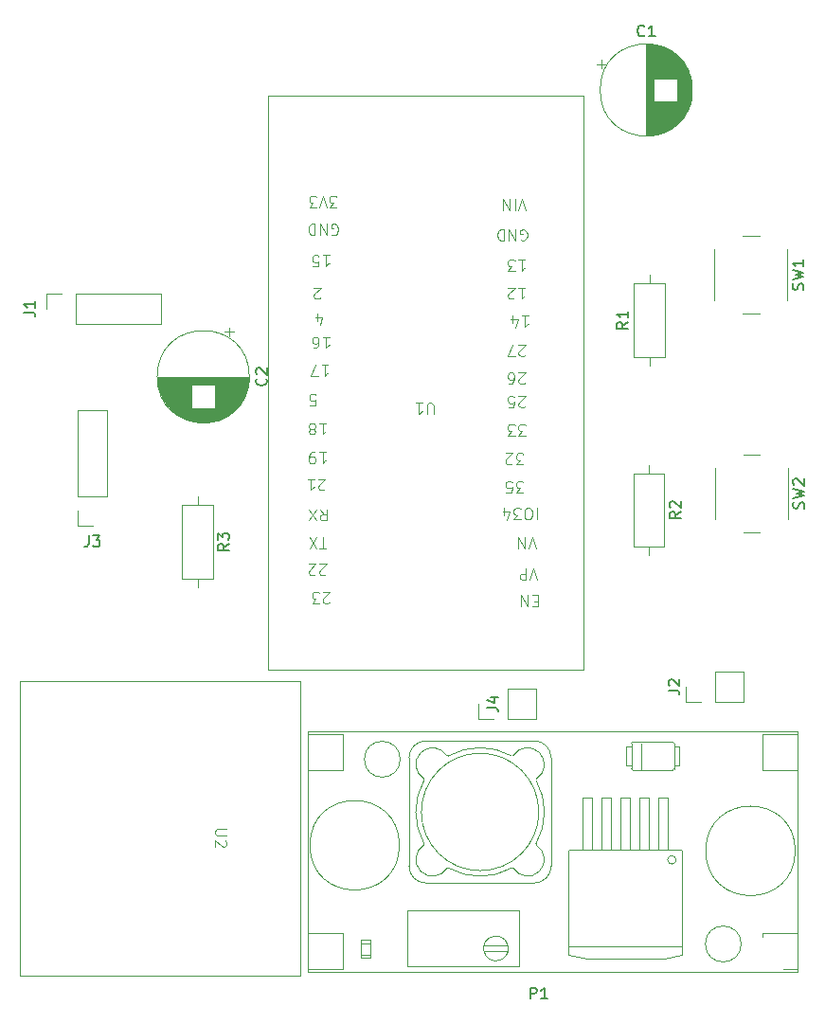
<source format=gbr>
%TF.GenerationSoftware,KiCad,Pcbnew,8.0.9-8.0.9-0~ubuntu22.04.1*%
%TF.CreationDate,2025-05-12T13:18:15+05:45*%
%TF.ProjectId,minor_hardware_pcb,6d696e6f-725f-4686-9172-64776172655f,rev?*%
%TF.SameCoordinates,Original*%
%TF.FileFunction,Legend,Top*%
%TF.FilePolarity,Positive*%
%FSLAX46Y46*%
G04 Gerber Fmt 4.6, Leading zero omitted, Abs format (unit mm)*
G04 Created by KiCad (PCBNEW 8.0.9-8.0.9-0~ubuntu22.04.1) date 2025-05-12 13:18:15*
%MOMM*%
%LPD*%
G01*
G04 APERTURE LIST*
%ADD10C,0.150000*%
%ADD11C,0.100000*%
%ADD12C,0.120000*%
G04 APERTURE END LIST*
D10*
X170804819Y-104306666D02*
X170328628Y-104639999D01*
X170804819Y-104878094D02*
X169804819Y-104878094D01*
X169804819Y-104878094D02*
X169804819Y-104497142D01*
X169804819Y-104497142D02*
X169852438Y-104401904D01*
X169852438Y-104401904D02*
X169900057Y-104354285D01*
X169900057Y-104354285D02*
X169995295Y-104306666D01*
X169995295Y-104306666D02*
X170138152Y-104306666D01*
X170138152Y-104306666D02*
X170233390Y-104354285D01*
X170233390Y-104354285D02*
X170281009Y-104401904D01*
X170281009Y-104401904D02*
X170328628Y-104497142D01*
X170328628Y-104497142D02*
X170328628Y-104878094D01*
X170804819Y-103354285D02*
X170804819Y-103925713D01*
X170804819Y-103639999D02*
X169804819Y-103639999D01*
X169804819Y-103639999D02*
X169947676Y-103735237D01*
X169947676Y-103735237D02*
X170042914Y-103830475D01*
X170042914Y-103830475D02*
X170090533Y-103925713D01*
D11*
X153415904Y-112548580D02*
X153415904Y-111739057D01*
X153415904Y-111739057D02*
X153368285Y-111643819D01*
X153368285Y-111643819D02*
X153320666Y-111596200D01*
X153320666Y-111596200D02*
X153225428Y-111548580D01*
X153225428Y-111548580D02*
X153034952Y-111548580D01*
X153034952Y-111548580D02*
X152939714Y-111596200D01*
X152939714Y-111596200D02*
X152892095Y-111643819D01*
X152892095Y-111643819D02*
X152844476Y-111739057D01*
X152844476Y-111739057D02*
X152844476Y-112548580D01*
X151844476Y-111548580D02*
X152415904Y-111548580D01*
X152130190Y-111548580D02*
X152130190Y-112548580D01*
X152130190Y-112548580D02*
X152225428Y-112405723D01*
X152225428Y-112405723D02*
X152320666Y-112310485D01*
X152320666Y-112310485D02*
X152415904Y-112262866D01*
X161226306Y-96985961D02*
X161321544Y-97033580D01*
X161321544Y-97033580D02*
X161464401Y-97033580D01*
X161464401Y-97033580D02*
X161607258Y-96985961D01*
X161607258Y-96985961D02*
X161702496Y-96890723D01*
X161702496Y-96890723D02*
X161750115Y-96795485D01*
X161750115Y-96795485D02*
X161797734Y-96605009D01*
X161797734Y-96605009D02*
X161797734Y-96462152D01*
X161797734Y-96462152D02*
X161750115Y-96271676D01*
X161750115Y-96271676D02*
X161702496Y-96176438D01*
X161702496Y-96176438D02*
X161607258Y-96081200D01*
X161607258Y-96081200D02*
X161464401Y-96033580D01*
X161464401Y-96033580D02*
X161369163Y-96033580D01*
X161369163Y-96033580D02*
X161226306Y-96081200D01*
X161226306Y-96081200D02*
X161178687Y-96128819D01*
X161178687Y-96128819D02*
X161178687Y-96462152D01*
X161178687Y-96462152D02*
X161369163Y-96462152D01*
X160750115Y-96033580D02*
X160750115Y-97033580D01*
X160750115Y-97033580D02*
X160178687Y-96033580D01*
X160178687Y-96033580D02*
X160178687Y-97033580D01*
X159702496Y-96033580D02*
X159702496Y-97033580D01*
X159702496Y-97033580D02*
X159464401Y-97033580D01*
X159464401Y-97033580D02*
X159321544Y-96985961D01*
X159321544Y-96985961D02*
X159226306Y-96890723D01*
X159226306Y-96890723D02*
X159178687Y-96795485D01*
X159178687Y-96795485D02*
X159131068Y-96605009D01*
X159131068Y-96605009D02*
X159131068Y-96462152D01*
X159131068Y-96462152D02*
X159178687Y-96271676D01*
X159178687Y-96271676D02*
X159226306Y-96176438D01*
X159226306Y-96176438D02*
X159321544Y-96081200D01*
X159321544Y-96081200D02*
X159464401Y-96033580D01*
X159464401Y-96033580D02*
X159702496Y-96033580D01*
X144745353Y-94033580D02*
X144126306Y-94033580D01*
X144126306Y-94033580D02*
X144459639Y-93652628D01*
X144459639Y-93652628D02*
X144316782Y-93652628D01*
X144316782Y-93652628D02*
X144221544Y-93605009D01*
X144221544Y-93605009D02*
X144173925Y-93557390D01*
X144173925Y-93557390D02*
X144126306Y-93462152D01*
X144126306Y-93462152D02*
X144126306Y-93224057D01*
X144126306Y-93224057D02*
X144173925Y-93128819D01*
X144173925Y-93128819D02*
X144221544Y-93081200D01*
X144221544Y-93081200D02*
X144316782Y-93033580D01*
X144316782Y-93033580D02*
X144602496Y-93033580D01*
X144602496Y-93033580D02*
X144697734Y-93081200D01*
X144697734Y-93081200D02*
X144745353Y-93128819D01*
X143840591Y-94033580D02*
X143507258Y-93033580D01*
X143507258Y-93033580D02*
X143173925Y-94033580D01*
X142935829Y-94033580D02*
X142316782Y-94033580D01*
X142316782Y-94033580D02*
X142650115Y-93652628D01*
X142650115Y-93652628D02*
X142507258Y-93652628D01*
X142507258Y-93652628D02*
X142412020Y-93605009D01*
X142412020Y-93605009D02*
X142364401Y-93557390D01*
X142364401Y-93557390D02*
X142316782Y-93462152D01*
X142316782Y-93462152D02*
X142316782Y-93224057D01*
X142316782Y-93224057D02*
X142364401Y-93128819D01*
X142364401Y-93128819D02*
X142412020Y-93081200D01*
X142412020Y-93081200D02*
X142507258Y-93033580D01*
X142507258Y-93033580D02*
X142792972Y-93033580D01*
X142792972Y-93033580D02*
X142888210Y-93081200D01*
X142888210Y-93081200D02*
X142935829Y-93128819D01*
X161026306Y-98733580D02*
X161597734Y-98733580D01*
X161312020Y-98733580D02*
X161312020Y-99733580D01*
X161312020Y-99733580D02*
X161407258Y-99590723D01*
X161407258Y-99590723D02*
X161502496Y-99495485D01*
X161502496Y-99495485D02*
X161597734Y-99447866D01*
X160692972Y-99733580D02*
X160073925Y-99733580D01*
X160073925Y-99733580D02*
X160407258Y-99352628D01*
X160407258Y-99352628D02*
X160264401Y-99352628D01*
X160264401Y-99352628D02*
X160169163Y-99305009D01*
X160169163Y-99305009D02*
X160121544Y-99257390D01*
X160121544Y-99257390D02*
X160073925Y-99162152D01*
X160073925Y-99162152D02*
X160073925Y-98924057D01*
X160073925Y-98924057D02*
X160121544Y-98828819D01*
X160121544Y-98828819D02*
X160169163Y-98781200D01*
X160169163Y-98781200D02*
X160264401Y-98733580D01*
X160264401Y-98733580D02*
X160550115Y-98733580D01*
X160550115Y-98733580D02*
X160645353Y-98781200D01*
X160645353Y-98781200D02*
X160692972Y-98828819D01*
X143021544Y-104200247D02*
X143021544Y-103533580D01*
X143259639Y-104581200D02*
X143497734Y-103866914D01*
X143497734Y-103866914D02*
X142878687Y-103866914D01*
X162692972Y-127333580D02*
X162359639Y-126333580D01*
X162359639Y-126333580D02*
X162026306Y-127333580D01*
X161692972Y-126333580D02*
X161692972Y-127333580D01*
X161692972Y-127333580D02*
X161312020Y-127333580D01*
X161312020Y-127333580D02*
X161216782Y-127285961D01*
X161216782Y-127285961D02*
X161169163Y-127238342D01*
X161169163Y-127238342D02*
X161121544Y-127143104D01*
X161121544Y-127143104D02*
X161121544Y-127000247D01*
X161121544Y-127000247D02*
X161169163Y-126905009D01*
X161169163Y-126905009D02*
X161216782Y-126857390D01*
X161216782Y-126857390D02*
X161312020Y-126809771D01*
X161312020Y-126809771D02*
X161692972Y-126809771D01*
X143226306Y-113333580D02*
X143797734Y-113333580D01*
X143512020Y-113333580D02*
X143512020Y-114333580D01*
X143512020Y-114333580D02*
X143607258Y-114190723D01*
X143607258Y-114190723D02*
X143702496Y-114095485D01*
X143702496Y-114095485D02*
X143797734Y-114047866D01*
X142654877Y-113905009D02*
X142750115Y-113952628D01*
X142750115Y-113952628D02*
X142797734Y-114000247D01*
X142797734Y-114000247D02*
X142845353Y-114095485D01*
X142845353Y-114095485D02*
X142845353Y-114143104D01*
X142845353Y-114143104D02*
X142797734Y-114238342D01*
X142797734Y-114238342D02*
X142750115Y-114285961D01*
X142750115Y-114285961D02*
X142654877Y-114333580D01*
X142654877Y-114333580D02*
X142464401Y-114333580D01*
X142464401Y-114333580D02*
X142369163Y-114285961D01*
X142369163Y-114285961D02*
X142321544Y-114238342D01*
X142321544Y-114238342D02*
X142273925Y-114143104D01*
X142273925Y-114143104D02*
X142273925Y-114095485D01*
X142273925Y-114095485D02*
X142321544Y-114000247D01*
X142321544Y-114000247D02*
X142369163Y-113952628D01*
X142369163Y-113952628D02*
X142464401Y-113905009D01*
X142464401Y-113905009D02*
X142654877Y-113905009D01*
X142654877Y-113905009D02*
X142750115Y-113857390D01*
X142750115Y-113857390D02*
X142797734Y-113809771D01*
X142797734Y-113809771D02*
X142845353Y-113714533D01*
X142845353Y-113714533D02*
X142845353Y-113524057D01*
X142845353Y-113524057D02*
X142797734Y-113428819D01*
X142797734Y-113428819D02*
X142750115Y-113381200D01*
X142750115Y-113381200D02*
X142654877Y-113333580D01*
X142654877Y-113333580D02*
X142464401Y-113333580D01*
X142464401Y-113333580D02*
X142369163Y-113381200D01*
X142369163Y-113381200D02*
X142321544Y-113428819D01*
X142321544Y-113428819D02*
X142273925Y-113524057D01*
X142273925Y-113524057D02*
X142273925Y-113714533D01*
X142273925Y-113714533D02*
X142321544Y-113809771D01*
X142321544Y-113809771D02*
X142369163Y-113857390D01*
X142369163Y-113857390D02*
X142464401Y-113905009D01*
X162650115Y-120933580D02*
X162650115Y-121933580D01*
X161983449Y-121933580D02*
X161792973Y-121933580D01*
X161792973Y-121933580D02*
X161697735Y-121885961D01*
X161697735Y-121885961D02*
X161602497Y-121790723D01*
X161602497Y-121790723D02*
X161554878Y-121600247D01*
X161554878Y-121600247D02*
X161554878Y-121266914D01*
X161554878Y-121266914D02*
X161602497Y-121076438D01*
X161602497Y-121076438D02*
X161697735Y-120981200D01*
X161697735Y-120981200D02*
X161792973Y-120933580D01*
X161792973Y-120933580D02*
X161983449Y-120933580D01*
X161983449Y-120933580D02*
X162078687Y-120981200D01*
X162078687Y-120981200D02*
X162173925Y-121076438D01*
X162173925Y-121076438D02*
X162221544Y-121266914D01*
X162221544Y-121266914D02*
X162221544Y-121600247D01*
X162221544Y-121600247D02*
X162173925Y-121790723D01*
X162173925Y-121790723D02*
X162078687Y-121885961D01*
X162078687Y-121885961D02*
X161983449Y-121933580D01*
X161221544Y-121933580D02*
X160602497Y-121933580D01*
X160602497Y-121933580D02*
X160935830Y-121552628D01*
X160935830Y-121552628D02*
X160792973Y-121552628D01*
X160792973Y-121552628D02*
X160697735Y-121505009D01*
X160697735Y-121505009D02*
X160650116Y-121457390D01*
X160650116Y-121457390D02*
X160602497Y-121362152D01*
X160602497Y-121362152D02*
X160602497Y-121124057D01*
X160602497Y-121124057D02*
X160650116Y-121028819D01*
X160650116Y-121028819D02*
X160697735Y-120981200D01*
X160697735Y-120981200D02*
X160792973Y-120933580D01*
X160792973Y-120933580D02*
X161078687Y-120933580D01*
X161078687Y-120933580D02*
X161173925Y-120981200D01*
X161173925Y-120981200D02*
X161221544Y-121028819D01*
X159745354Y-121600247D02*
X159745354Y-120933580D01*
X159983449Y-121981200D02*
X160221544Y-121266914D01*
X160221544Y-121266914D02*
X159602497Y-121266914D01*
X143797734Y-126838342D02*
X143750115Y-126885961D01*
X143750115Y-126885961D02*
X143654877Y-126933580D01*
X143654877Y-126933580D02*
X143416782Y-126933580D01*
X143416782Y-126933580D02*
X143321544Y-126885961D01*
X143321544Y-126885961D02*
X143273925Y-126838342D01*
X143273925Y-126838342D02*
X143226306Y-126743104D01*
X143226306Y-126743104D02*
X143226306Y-126647866D01*
X143226306Y-126647866D02*
X143273925Y-126505009D01*
X143273925Y-126505009D02*
X143845353Y-125933580D01*
X143845353Y-125933580D02*
X143226306Y-125933580D01*
X142845353Y-126838342D02*
X142797734Y-126885961D01*
X142797734Y-126885961D02*
X142702496Y-126933580D01*
X142702496Y-126933580D02*
X142464401Y-126933580D01*
X142464401Y-126933580D02*
X142369163Y-126885961D01*
X142369163Y-126885961D02*
X142321544Y-126838342D01*
X142321544Y-126838342D02*
X142273925Y-126743104D01*
X142273925Y-126743104D02*
X142273925Y-126647866D01*
X142273925Y-126647866D02*
X142321544Y-126505009D01*
X142321544Y-126505009D02*
X142892972Y-125933580D01*
X142892972Y-125933580D02*
X142273925Y-125933580D01*
X161692972Y-94333580D02*
X161359639Y-93333580D01*
X161359639Y-93333580D02*
X161026306Y-94333580D01*
X160692972Y-93333580D02*
X160692972Y-94333580D01*
X160216782Y-93333580D02*
X160216782Y-94333580D01*
X160216782Y-94333580D02*
X159645354Y-93333580D01*
X159645354Y-93333580D02*
X159645354Y-94333580D01*
X161445353Y-119533580D02*
X160826306Y-119533580D01*
X160826306Y-119533580D02*
X161159639Y-119152628D01*
X161159639Y-119152628D02*
X161016782Y-119152628D01*
X161016782Y-119152628D02*
X160921544Y-119105009D01*
X160921544Y-119105009D02*
X160873925Y-119057390D01*
X160873925Y-119057390D02*
X160826306Y-118962152D01*
X160826306Y-118962152D02*
X160826306Y-118724057D01*
X160826306Y-118724057D02*
X160873925Y-118628819D01*
X160873925Y-118628819D02*
X160921544Y-118581200D01*
X160921544Y-118581200D02*
X161016782Y-118533580D01*
X161016782Y-118533580D02*
X161302496Y-118533580D01*
X161302496Y-118533580D02*
X161397734Y-118581200D01*
X161397734Y-118581200D02*
X161445353Y-118628819D01*
X159921544Y-119533580D02*
X160397734Y-119533580D01*
X160397734Y-119533580D02*
X160445353Y-119057390D01*
X160445353Y-119057390D02*
X160397734Y-119105009D01*
X160397734Y-119105009D02*
X160302496Y-119152628D01*
X160302496Y-119152628D02*
X160064401Y-119152628D01*
X160064401Y-119152628D02*
X159969163Y-119105009D01*
X159969163Y-119105009D02*
X159921544Y-119057390D01*
X159921544Y-119057390D02*
X159873925Y-118962152D01*
X159873925Y-118962152D02*
X159873925Y-118724057D01*
X159873925Y-118724057D02*
X159921544Y-118628819D01*
X159921544Y-118628819D02*
X159969163Y-118581200D01*
X159969163Y-118581200D02*
X160064401Y-118533580D01*
X160064401Y-118533580D02*
X160302496Y-118533580D01*
X160302496Y-118533580D02*
X160397734Y-118581200D01*
X160397734Y-118581200D02*
X160445353Y-118628819D01*
X143278687Y-121033580D02*
X143612020Y-121509771D01*
X143850115Y-121033580D02*
X143850115Y-122033580D01*
X143850115Y-122033580D02*
X143469163Y-122033580D01*
X143469163Y-122033580D02*
X143373925Y-121985961D01*
X143373925Y-121985961D02*
X143326306Y-121938342D01*
X143326306Y-121938342D02*
X143278687Y-121843104D01*
X143278687Y-121843104D02*
X143278687Y-121700247D01*
X143278687Y-121700247D02*
X143326306Y-121605009D01*
X143326306Y-121605009D02*
X143373925Y-121557390D01*
X143373925Y-121557390D02*
X143469163Y-121509771D01*
X143469163Y-121509771D02*
X143850115Y-121509771D01*
X142945353Y-122033580D02*
X142278687Y-121033580D01*
X142278687Y-122033580D02*
X142945353Y-121033580D01*
X143297734Y-102138342D02*
X143250115Y-102185961D01*
X143250115Y-102185961D02*
X143154877Y-102233580D01*
X143154877Y-102233580D02*
X142916782Y-102233580D01*
X142916782Y-102233580D02*
X142821544Y-102185961D01*
X142821544Y-102185961D02*
X142773925Y-102138342D01*
X142773925Y-102138342D02*
X142726306Y-102043104D01*
X142726306Y-102043104D02*
X142726306Y-101947866D01*
X142726306Y-101947866D02*
X142773925Y-101805009D01*
X142773925Y-101805009D02*
X143345353Y-101233580D01*
X143345353Y-101233580D02*
X142726306Y-101233580D01*
X161445353Y-117033580D02*
X160826306Y-117033580D01*
X160826306Y-117033580D02*
X161159639Y-116652628D01*
X161159639Y-116652628D02*
X161016782Y-116652628D01*
X161016782Y-116652628D02*
X160921544Y-116605009D01*
X160921544Y-116605009D02*
X160873925Y-116557390D01*
X160873925Y-116557390D02*
X160826306Y-116462152D01*
X160826306Y-116462152D02*
X160826306Y-116224057D01*
X160826306Y-116224057D02*
X160873925Y-116128819D01*
X160873925Y-116128819D02*
X160921544Y-116081200D01*
X160921544Y-116081200D02*
X161016782Y-116033580D01*
X161016782Y-116033580D02*
X161302496Y-116033580D01*
X161302496Y-116033580D02*
X161397734Y-116081200D01*
X161397734Y-116081200D02*
X161445353Y-116128819D01*
X160445353Y-116938342D02*
X160397734Y-116985961D01*
X160397734Y-116985961D02*
X160302496Y-117033580D01*
X160302496Y-117033580D02*
X160064401Y-117033580D01*
X160064401Y-117033580D02*
X159969163Y-116985961D01*
X159969163Y-116985961D02*
X159921544Y-116938342D01*
X159921544Y-116938342D02*
X159873925Y-116843104D01*
X159873925Y-116843104D02*
X159873925Y-116747866D01*
X159873925Y-116747866D02*
X159921544Y-116605009D01*
X159921544Y-116605009D02*
X160492972Y-116033580D01*
X160492972Y-116033580D02*
X159873925Y-116033580D01*
X143426306Y-108133580D02*
X143997734Y-108133580D01*
X143712020Y-108133580D02*
X143712020Y-109133580D01*
X143712020Y-109133580D02*
X143807258Y-108990723D01*
X143807258Y-108990723D02*
X143902496Y-108895485D01*
X143902496Y-108895485D02*
X143997734Y-108847866D01*
X143092972Y-109133580D02*
X142426306Y-109133580D01*
X142426306Y-109133580D02*
X142854877Y-108133580D01*
X162592972Y-124533580D02*
X162259639Y-123533580D01*
X162259639Y-123533580D02*
X161926306Y-124533580D01*
X161592972Y-123533580D02*
X161592972Y-124533580D01*
X161592972Y-124533580D02*
X161021544Y-123533580D01*
X161021544Y-123533580D02*
X161021544Y-124533580D01*
X161026306Y-101233580D02*
X161597734Y-101233580D01*
X161312020Y-101233580D02*
X161312020Y-102233580D01*
X161312020Y-102233580D02*
X161407258Y-102090723D01*
X161407258Y-102090723D02*
X161502496Y-101995485D01*
X161502496Y-101995485D02*
X161597734Y-101947866D01*
X160645353Y-102138342D02*
X160597734Y-102185961D01*
X160597734Y-102185961D02*
X160502496Y-102233580D01*
X160502496Y-102233580D02*
X160264401Y-102233580D01*
X160264401Y-102233580D02*
X160169163Y-102185961D01*
X160169163Y-102185961D02*
X160121544Y-102138342D01*
X160121544Y-102138342D02*
X160073925Y-102043104D01*
X160073925Y-102043104D02*
X160073925Y-101947866D01*
X160073925Y-101947866D02*
X160121544Y-101805009D01*
X160121544Y-101805009D02*
X160692972Y-101233580D01*
X160692972Y-101233580D02*
X160073925Y-101233580D01*
X143526306Y-105633580D02*
X144097734Y-105633580D01*
X143812020Y-105633580D02*
X143812020Y-106633580D01*
X143812020Y-106633580D02*
X143907258Y-106490723D01*
X143907258Y-106490723D02*
X144002496Y-106395485D01*
X144002496Y-106395485D02*
X144097734Y-106347866D01*
X142669163Y-106633580D02*
X142859639Y-106633580D01*
X142859639Y-106633580D02*
X142954877Y-106585961D01*
X142954877Y-106585961D02*
X143002496Y-106538342D01*
X143002496Y-106538342D02*
X143097734Y-106395485D01*
X143097734Y-106395485D02*
X143145353Y-106205009D01*
X143145353Y-106205009D02*
X143145353Y-105824057D01*
X143145353Y-105824057D02*
X143097734Y-105728819D01*
X143097734Y-105728819D02*
X143050115Y-105681200D01*
X143050115Y-105681200D02*
X142954877Y-105633580D01*
X142954877Y-105633580D02*
X142764401Y-105633580D01*
X142764401Y-105633580D02*
X142669163Y-105681200D01*
X142669163Y-105681200D02*
X142621544Y-105728819D01*
X142621544Y-105728819D02*
X142573925Y-105824057D01*
X142573925Y-105824057D02*
X142573925Y-106062152D01*
X142573925Y-106062152D02*
X142621544Y-106157390D01*
X142621544Y-106157390D02*
X142669163Y-106205009D01*
X142669163Y-106205009D02*
X142764401Y-106252628D01*
X142764401Y-106252628D02*
X142954877Y-106252628D01*
X142954877Y-106252628D02*
X143050115Y-106205009D01*
X143050115Y-106205009D02*
X143097734Y-106157390D01*
X143097734Y-106157390D02*
X143145353Y-106062152D01*
X143226306Y-115933580D02*
X143797734Y-115933580D01*
X143512020Y-115933580D02*
X143512020Y-116933580D01*
X143512020Y-116933580D02*
X143607258Y-116790723D01*
X143607258Y-116790723D02*
X143702496Y-116695485D01*
X143702496Y-116695485D02*
X143797734Y-116647866D01*
X142750115Y-115933580D02*
X142559639Y-115933580D01*
X142559639Y-115933580D02*
X142464401Y-115981200D01*
X142464401Y-115981200D02*
X142416782Y-116028819D01*
X142416782Y-116028819D02*
X142321544Y-116171676D01*
X142321544Y-116171676D02*
X142273925Y-116362152D01*
X142273925Y-116362152D02*
X142273925Y-116743104D01*
X142273925Y-116743104D02*
X142321544Y-116838342D01*
X142321544Y-116838342D02*
X142369163Y-116885961D01*
X142369163Y-116885961D02*
X142464401Y-116933580D01*
X142464401Y-116933580D02*
X142654877Y-116933580D01*
X142654877Y-116933580D02*
X142750115Y-116885961D01*
X142750115Y-116885961D02*
X142797734Y-116838342D01*
X142797734Y-116838342D02*
X142845353Y-116743104D01*
X142845353Y-116743104D02*
X142845353Y-116505009D01*
X142845353Y-116505009D02*
X142797734Y-116409771D01*
X142797734Y-116409771D02*
X142750115Y-116362152D01*
X142750115Y-116362152D02*
X142654877Y-116314533D01*
X142654877Y-116314533D02*
X142464401Y-116314533D01*
X142464401Y-116314533D02*
X142369163Y-116362152D01*
X142369163Y-116362152D02*
X142321544Y-116409771D01*
X142321544Y-116409771D02*
X142273925Y-116505009D01*
X161326306Y-103733580D02*
X161897734Y-103733580D01*
X161612020Y-103733580D02*
X161612020Y-104733580D01*
X161612020Y-104733580D02*
X161707258Y-104590723D01*
X161707258Y-104590723D02*
X161802496Y-104495485D01*
X161802496Y-104495485D02*
X161897734Y-104447866D01*
X160469163Y-104400247D02*
X160469163Y-103733580D01*
X160707258Y-104781200D02*
X160945353Y-104066914D01*
X160945353Y-104066914D02*
X160326306Y-104066914D01*
X161597734Y-109738342D02*
X161550115Y-109785961D01*
X161550115Y-109785961D02*
X161454877Y-109833580D01*
X161454877Y-109833580D02*
X161216782Y-109833580D01*
X161216782Y-109833580D02*
X161121544Y-109785961D01*
X161121544Y-109785961D02*
X161073925Y-109738342D01*
X161073925Y-109738342D02*
X161026306Y-109643104D01*
X161026306Y-109643104D02*
X161026306Y-109547866D01*
X161026306Y-109547866D02*
X161073925Y-109405009D01*
X161073925Y-109405009D02*
X161645353Y-108833580D01*
X161645353Y-108833580D02*
X161026306Y-108833580D01*
X160169163Y-109833580D02*
X160359639Y-109833580D01*
X160359639Y-109833580D02*
X160454877Y-109785961D01*
X160454877Y-109785961D02*
X160502496Y-109738342D01*
X160502496Y-109738342D02*
X160597734Y-109595485D01*
X160597734Y-109595485D02*
X160645353Y-109405009D01*
X160645353Y-109405009D02*
X160645353Y-109024057D01*
X160645353Y-109024057D02*
X160597734Y-108928819D01*
X160597734Y-108928819D02*
X160550115Y-108881200D01*
X160550115Y-108881200D02*
X160454877Y-108833580D01*
X160454877Y-108833580D02*
X160264401Y-108833580D01*
X160264401Y-108833580D02*
X160169163Y-108881200D01*
X160169163Y-108881200D02*
X160121544Y-108928819D01*
X160121544Y-108928819D02*
X160073925Y-109024057D01*
X160073925Y-109024057D02*
X160073925Y-109262152D01*
X160073925Y-109262152D02*
X160121544Y-109357390D01*
X160121544Y-109357390D02*
X160169163Y-109405009D01*
X160169163Y-109405009D02*
X160264401Y-109452628D01*
X160264401Y-109452628D02*
X160454877Y-109452628D01*
X160454877Y-109452628D02*
X160550115Y-109405009D01*
X160550115Y-109405009D02*
X160597734Y-109357390D01*
X160597734Y-109357390D02*
X160645353Y-109262152D01*
X162750115Y-129257390D02*
X162416782Y-129257390D01*
X162273925Y-128733580D02*
X162750115Y-128733580D01*
X162750115Y-128733580D02*
X162750115Y-129733580D01*
X162750115Y-129733580D02*
X162273925Y-129733580D01*
X161845353Y-128733580D02*
X161845353Y-129733580D01*
X161845353Y-129733580D02*
X161273925Y-128733580D01*
X161273925Y-128733580D02*
X161273925Y-129733580D01*
X161597734Y-111838342D02*
X161550115Y-111885961D01*
X161550115Y-111885961D02*
X161454877Y-111933580D01*
X161454877Y-111933580D02*
X161216782Y-111933580D01*
X161216782Y-111933580D02*
X161121544Y-111885961D01*
X161121544Y-111885961D02*
X161073925Y-111838342D01*
X161073925Y-111838342D02*
X161026306Y-111743104D01*
X161026306Y-111743104D02*
X161026306Y-111647866D01*
X161026306Y-111647866D02*
X161073925Y-111505009D01*
X161073925Y-111505009D02*
X161645353Y-110933580D01*
X161645353Y-110933580D02*
X161026306Y-110933580D01*
X160121544Y-111933580D02*
X160597734Y-111933580D01*
X160597734Y-111933580D02*
X160645353Y-111457390D01*
X160645353Y-111457390D02*
X160597734Y-111505009D01*
X160597734Y-111505009D02*
X160502496Y-111552628D01*
X160502496Y-111552628D02*
X160264401Y-111552628D01*
X160264401Y-111552628D02*
X160169163Y-111505009D01*
X160169163Y-111505009D02*
X160121544Y-111457390D01*
X160121544Y-111457390D02*
X160073925Y-111362152D01*
X160073925Y-111362152D02*
X160073925Y-111124057D01*
X160073925Y-111124057D02*
X160121544Y-111028819D01*
X160121544Y-111028819D02*
X160169163Y-110981200D01*
X160169163Y-110981200D02*
X160264401Y-110933580D01*
X160264401Y-110933580D02*
X160502496Y-110933580D01*
X160502496Y-110933580D02*
X160597734Y-110981200D01*
X160597734Y-110981200D02*
X160645353Y-111028819D01*
X143526306Y-98333580D02*
X144097734Y-98333580D01*
X143812020Y-98333580D02*
X143812020Y-99333580D01*
X143812020Y-99333580D02*
X143907258Y-99190723D01*
X143907258Y-99190723D02*
X144002496Y-99095485D01*
X144002496Y-99095485D02*
X144097734Y-99047866D01*
X142621544Y-99333580D02*
X143097734Y-99333580D01*
X143097734Y-99333580D02*
X143145353Y-98857390D01*
X143145353Y-98857390D02*
X143097734Y-98905009D01*
X143097734Y-98905009D02*
X143002496Y-98952628D01*
X143002496Y-98952628D02*
X142764401Y-98952628D01*
X142764401Y-98952628D02*
X142669163Y-98905009D01*
X142669163Y-98905009D02*
X142621544Y-98857390D01*
X142621544Y-98857390D02*
X142573925Y-98762152D01*
X142573925Y-98762152D02*
X142573925Y-98524057D01*
X142573925Y-98524057D02*
X142621544Y-98428819D01*
X142621544Y-98428819D02*
X142669163Y-98381200D01*
X142669163Y-98381200D02*
X142764401Y-98333580D01*
X142764401Y-98333580D02*
X143002496Y-98333580D01*
X143002496Y-98333580D02*
X143097734Y-98381200D01*
X143097734Y-98381200D02*
X143145353Y-98428819D01*
X161597734Y-107238342D02*
X161550115Y-107285961D01*
X161550115Y-107285961D02*
X161454877Y-107333580D01*
X161454877Y-107333580D02*
X161216782Y-107333580D01*
X161216782Y-107333580D02*
X161121544Y-107285961D01*
X161121544Y-107285961D02*
X161073925Y-107238342D01*
X161073925Y-107238342D02*
X161026306Y-107143104D01*
X161026306Y-107143104D02*
X161026306Y-107047866D01*
X161026306Y-107047866D02*
X161073925Y-106905009D01*
X161073925Y-106905009D02*
X161645353Y-106333580D01*
X161645353Y-106333580D02*
X161026306Y-106333580D01*
X160692972Y-107333580D02*
X160026306Y-107333580D01*
X160026306Y-107333580D02*
X160454877Y-106333580D01*
X142373925Y-111733580D02*
X142850115Y-111733580D01*
X142850115Y-111733580D02*
X142897734Y-111257390D01*
X142897734Y-111257390D02*
X142850115Y-111305009D01*
X142850115Y-111305009D02*
X142754877Y-111352628D01*
X142754877Y-111352628D02*
X142516782Y-111352628D01*
X142516782Y-111352628D02*
X142421544Y-111305009D01*
X142421544Y-111305009D02*
X142373925Y-111257390D01*
X142373925Y-111257390D02*
X142326306Y-111162152D01*
X142326306Y-111162152D02*
X142326306Y-110924057D01*
X142326306Y-110924057D02*
X142373925Y-110828819D01*
X142373925Y-110828819D02*
X142421544Y-110781200D01*
X142421544Y-110781200D02*
X142516782Y-110733580D01*
X142516782Y-110733580D02*
X142754877Y-110733580D01*
X142754877Y-110733580D02*
X142850115Y-110781200D01*
X142850115Y-110781200D02*
X142897734Y-110828819D01*
X144326306Y-96485961D02*
X144421544Y-96533580D01*
X144421544Y-96533580D02*
X144564401Y-96533580D01*
X144564401Y-96533580D02*
X144707258Y-96485961D01*
X144707258Y-96485961D02*
X144802496Y-96390723D01*
X144802496Y-96390723D02*
X144850115Y-96295485D01*
X144850115Y-96295485D02*
X144897734Y-96105009D01*
X144897734Y-96105009D02*
X144897734Y-95962152D01*
X144897734Y-95962152D02*
X144850115Y-95771676D01*
X144850115Y-95771676D02*
X144802496Y-95676438D01*
X144802496Y-95676438D02*
X144707258Y-95581200D01*
X144707258Y-95581200D02*
X144564401Y-95533580D01*
X144564401Y-95533580D02*
X144469163Y-95533580D01*
X144469163Y-95533580D02*
X144326306Y-95581200D01*
X144326306Y-95581200D02*
X144278687Y-95628819D01*
X144278687Y-95628819D02*
X144278687Y-95962152D01*
X144278687Y-95962152D02*
X144469163Y-95962152D01*
X143850115Y-95533580D02*
X143850115Y-96533580D01*
X143850115Y-96533580D02*
X143278687Y-95533580D01*
X143278687Y-95533580D02*
X143278687Y-96533580D01*
X142802496Y-95533580D02*
X142802496Y-96533580D01*
X142802496Y-96533580D02*
X142564401Y-96533580D01*
X142564401Y-96533580D02*
X142421544Y-96485961D01*
X142421544Y-96485961D02*
X142326306Y-96390723D01*
X142326306Y-96390723D02*
X142278687Y-96295485D01*
X142278687Y-96295485D02*
X142231068Y-96105009D01*
X142231068Y-96105009D02*
X142231068Y-95962152D01*
X142231068Y-95962152D02*
X142278687Y-95771676D01*
X142278687Y-95771676D02*
X142326306Y-95676438D01*
X142326306Y-95676438D02*
X142421544Y-95581200D01*
X142421544Y-95581200D02*
X142564401Y-95533580D01*
X142564401Y-95533580D02*
X142802496Y-95533580D01*
X143697734Y-119238342D02*
X143650115Y-119285961D01*
X143650115Y-119285961D02*
X143554877Y-119333580D01*
X143554877Y-119333580D02*
X143316782Y-119333580D01*
X143316782Y-119333580D02*
X143221544Y-119285961D01*
X143221544Y-119285961D02*
X143173925Y-119238342D01*
X143173925Y-119238342D02*
X143126306Y-119143104D01*
X143126306Y-119143104D02*
X143126306Y-119047866D01*
X143126306Y-119047866D02*
X143173925Y-118905009D01*
X143173925Y-118905009D02*
X143745353Y-118333580D01*
X143745353Y-118333580D02*
X143126306Y-118333580D01*
X142173925Y-118333580D02*
X142745353Y-118333580D01*
X142459639Y-118333580D02*
X142459639Y-119333580D01*
X142459639Y-119333580D02*
X142554877Y-119190723D01*
X142554877Y-119190723D02*
X142650115Y-119095485D01*
X142650115Y-119095485D02*
X142745353Y-119047866D01*
X143792972Y-124533580D02*
X143221544Y-124533580D01*
X143507258Y-123533580D02*
X143507258Y-124533580D01*
X142983448Y-124533580D02*
X142316782Y-123533580D01*
X142316782Y-124533580D02*
X142983448Y-123533580D01*
X144097734Y-129338342D02*
X144050115Y-129385961D01*
X144050115Y-129385961D02*
X143954877Y-129433580D01*
X143954877Y-129433580D02*
X143716782Y-129433580D01*
X143716782Y-129433580D02*
X143621544Y-129385961D01*
X143621544Y-129385961D02*
X143573925Y-129338342D01*
X143573925Y-129338342D02*
X143526306Y-129243104D01*
X143526306Y-129243104D02*
X143526306Y-129147866D01*
X143526306Y-129147866D02*
X143573925Y-129005009D01*
X143573925Y-129005009D02*
X144145353Y-128433580D01*
X144145353Y-128433580D02*
X143526306Y-128433580D01*
X143192972Y-129433580D02*
X142573925Y-129433580D01*
X142573925Y-129433580D02*
X142907258Y-129052628D01*
X142907258Y-129052628D02*
X142764401Y-129052628D01*
X142764401Y-129052628D02*
X142669163Y-129005009D01*
X142669163Y-129005009D02*
X142621544Y-128957390D01*
X142621544Y-128957390D02*
X142573925Y-128862152D01*
X142573925Y-128862152D02*
X142573925Y-128624057D01*
X142573925Y-128624057D02*
X142621544Y-128528819D01*
X142621544Y-128528819D02*
X142669163Y-128481200D01*
X142669163Y-128481200D02*
X142764401Y-128433580D01*
X142764401Y-128433580D02*
X143050115Y-128433580D01*
X143050115Y-128433580D02*
X143145353Y-128481200D01*
X143145353Y-128481200D02*
X143192972Y-128528819D01*
X161645353Y-114433580D02*
X161026306Y-114433580D01*
X161026306Y-114433580D02*
X161359639Y-114052628D01*
X161359639Y-114052628D02*
X161216782Y-114052628D01*
X161216782Y-114052628D02*
X161121544Y-114005009D01*
X161121544Y-114005009D02*
X161073925Y-113957390D01*
X161073925Y-113957390D02*
X161026306Y-113862152D01*
X161026306Y-113862152D02*
X161026306Y-113624057D01*
X161026306Y-113624057D02*
X161073925Y-113528819D01*
X161073925Y-113528819D02*
X161121544Y-113481200D01*
X161121544Y-113481200D02*
X161216782Y-113433580D01*
X161216782Y-113433580D02*
X161502496Y-113433580D01*
X161502496Y-113433580D02*
X161597734Y-113481200D01*
X161597734Y-113481200D02*
X161645353Y-113528819D01*
X160692972Y-114433580D02*
X160073925Y-114433580D01*
X160073925Y-114433580D02*
X160407258Y-114052628D01*
X160407258Y-114052628D02*
X160264401Y-114052628D01*
X160264401Y-114052628D02*
X160169163Y-114005009D01*
X160169163Y-114005009D02*
X160121544Y-113957390D01*
X160121544Y-113957390D02*
X160073925Y-113862152D01*
X160073925Y-113862152D02*
X160073925Y-113624057D01*
X160073925Y-113624057D02*
X160121544Y-113528819D01*
X160121544Y-113528819D02*
X160169163Y-113481200D01*
X160169163Y-113481200D02*
X160264401Y-113433580D01*
X160264401Y-113433580D02*
X160550115Y-113433580D01*
X160550115Y-113433580D02*
X160645353Y-113481200D01*
X160645353Y-113481200D02*
X160692972Y-113528819D01*
D10*
X158199819Y-138763333D02*
X158914104Y-138763333D01*
X158914104Y-138763333D02*
X159056961Y-138810952D01*
X159056961Y-138810952D02*
X159152200Y-138906190D01*
X159152200Y-138906190D02*
X159199819Y-139049047D01*
X159199819Y-139049047D02*
X159199819Y-139144285D01*
X158533152Y-137858571D02*
X159199819Y-137858571D01*
X158152200Y-138096666D02*
X158866485Y-138334761D01*
X158866485Y-138334761D02*
X158866485Y-137715714D01*
X122602666Y-123382819D02*
X122602666Y-124097104D01*
X122602666Y-124097104D02*
X122555047Y-124239961D01*
X122555047Y-124239961D02*
X122459809Y-124335200D01*
X122459809Y-124335200D02*
X122316952Y-124382819D01*
X122316952Y-124382819D02*
X122221714Y-124382819D01*
X122983619Y-123382819D02*
X123602666Y-123382819D01*
X123602666Y-123382819D02*
X123269333Y-123763771D01*
X123269333Y-123763771D02*
X123412190Y-123763771D01*
X123412190Y-123763771D02*
X123507428Y-123811390D01*
X123507428Y-123811390D02*
X123555047Y-123859009D01*
X123555047Y-123859009D02*
X123602666Y-123954247D01*
X123602666Y-123954247D02*
X123602666Y-124192342D01*
X123602666Y-124192342D02*
X123555047Y-124287580D01*
X123555047Y-124287580D02*
X123507428Y-124335200D01*
X123507428Y-124335200D02*
X123412190Y-124382819D01*
X123412190Y-124382819D02*
X123126476Y-124382819D01*
X123126476Y-124382819D02*
X123031238Y-124335200D01*
X123031238Y-124335200D02*
X122983619Y-124287580D01*
X174416819Y-137239333D02*
X175131104Y-137239333D01*
X175131104Y-137239333D02*
X175273961Y-137286952D01*
X175273961Y-137286952D02*
X175369200Y-137382190D01*
X175369200Y-137382190D02*
X175416819Y-137525047D01*
X175416819Y-137525047D02*
X175416819Y-137620285D01*
X174512057Y-136810761D02*
X174464438Y-136763142D01*
X174464438Y-136763142D02*
X174416819Y-136667904D01*
X174416819Y-136667904D02*
X174416819Y-136429809D01*
X174416819Y-136429809D02*
X174464438Y-136334571D01*
X174464438Y-136334571D02*
X174512057Y-136286952D01*
X174512057Y-136286952D02*
X174607295Y-136239333D01*
X174607295Y-136239333D02*
X174702533Y-136239333D01*
X174702533Y-136239333D02*
X174845390Y-136286952D01*
X174845390Y-136286952D02*
X175416819Y-136858380D01*
X175416819Y-136858380D02*
X175416819Y-136239333D01*
X186449200Y-101409332D02*
X186496819Y-101266475D01*
X186496819Y-101266475D02*
X186496819Y-101028380D01*
X186496819Y-101028380D02*
X186449200Y-100933142D01*
X186449200Y-100933142D02*
X186401580Y-100885523D01*
X186401580Y-100885523D02*
X186306342Y-100837904D01*
X186306342Y-100837904D02*
X186211104Y-100837904D01*
X186211104Y-100837904D02*
X186115866Y-100885523D01*
X186115866Y-100885523D02*
X186068247Y-100933142D01*
X186068247Y-100933142D02*
X186020628Y-101028380D01*
X186020628Y-101028380D02*
X185973009Y-101218856D01*
X185973009Y-101218856D02*
X185925390Y-101314094D01*
X185925390Y-101314094D02*
X185877771Y-101361713D01*
X185877771Y-101361713D02*
X185782533Y-101409332D01*
X185782533Y-101409332D02*
X185687295Y-101409332D01*
X185687295Y-101409332D02*
X185592057Y-101361713D01*
X185592057Y-101361713D02*
X185544438Y-101314094D01*
X185544438Y-101314094D02*
X185496819Y-101218856D01*
X185496819Y-101218856D02*
X185496819Y-100980761D01*
X185496819Y-100980761D02*
X185544438Y-100837904D01*
X185496819Y-100504570D02*
X186496819Y-100266475D01*
X186496819Y-100266475D02*
X185782533Y-100075999D01*
X185782533Y-100075999D02*
X186496819Y-99885523D01*
X186496819Y-99885523D02*
X185496819Y-99647428D01*
X186496819Y-98742666D02*
X186496819Y-99314094D01*
X186496819Y-99028380D02*
X185496819Y-99028380D01*
X185496819Y-99028380D02*
X185639676Y-99123618D01*
X185639676Y-99123618D02*
X185734914Y-99218856D01*
X185734914Y-99218856D02*
X185782533Y-99314094D01*
X175508819Y-121272666D02*
X175032628Y-121605999D01*
X175508819Y-121844094D02*
X174508819Y-121844094D01*
X174508819Y-121844094D02*
X174508819Y-121463142D01*
X174508819Y-121463142D02*
X174556438Y-121367904D01*
X174556438Y-121367904D02*
X174604057Y-121320285D01*
X174604057Y-121320285D02*
X174699295Y-121272666D01*
X174699295Y-121272666D02*
X174842152Y-121272666D01*
X174842152Y-121272666D02*
X174937390Y-121320285D01*
X174937390Y-121320285D02*
X174985009Y-121367904D01*
X174985009Y-121367904D02*
X175032628Y-121463142D01*
X175032628Y-121463142D02*
X175032628Y-121844094D01*
X174604057Y-120891713D02*
X174556438Y-120844094D01*
X174556438Y-120844094D02*
X174508819Y-120748856D01*
X174508819Y-120748856D02*
X174508819Y-120510761D01*
X174508819Y-120510761D02*
X174556438Y-120415523D01*
X174556438Y-120415523D02*
X174604057Y-120367904D01*
X174604057Y-120367904D02*
X174699295Y-120320285D01*
X174699295Y-120320285D02*
X174794533Y-120320285D01*
X174794533Y-120320285D02*
X174937390Y-120367904D01*
X174937390Y-120367904D02*
X175508819Y-120939332D01*
X175508819Y-120939332D02*
X175508819Y-120320285D01*
X172271333Y-78675580D02*
X172223714Y-78723200D01*
X172223714Y-78723200D02*
X172080857Y-78770819D01*
X172080857Y-78770819D02*
X171985619Y-78770819D01*
X171985619Y-78770819D02*
X171842762Y-78723200D01*
X171842762Y-78723200D02*
X171747524Y-78627961D01*
X171747524Y-78627961D02*
X171699905Y-78532723D01*
X171699905Y-78532723D02*
X171652286Y-78342247D01*
X171652286Y-78342247D02*
X171652286Y-78199390D01*
X171652286Y-78199390D02*
X171699905Y-78008914D01*
X171699905Y-78008914D02*
X171747524Y-77913676D01*
X171747524Y-77913676D02*
X171842762Y-77818438D01*
X171842762Y-77818438D02*
X171985619Y-77770819D01*
X171985619Y-77770819D02*
X172080857Y-77770819D01*
X172080857Y-77770819D02*
X172223714Y-77818438D01*
X172223714Y-77818438D02*
X172271333Y-77866057D01*
X173223714Y-78770819D02*
X172652286Y-78770819D01*
X172938000Y-78770819D02*
X172938000Y-77770819D01*
X172938000Y-77770819D02*
X172842762Y-77913676D01*
X172842762Y-77913676D02*
X172747524Y-78008914D01*
X172747524Y-78008914D02*
X172652286Y-78056533D01*
X186521200Y-120967332D02*
X186568819Y-120824475D01*
X186568819Y-120824475D02*
X186568819Y-120586380D01*
X186568819Y-120586380D02*
X186521200Y-120491142D01*
X186521200Y-120491142D02*
X186473580Y-120443523D01*
X186473580Y-120443523D02*
X186378342Y-120395904D01*
X186378342Y-120395904D02*
X186283104Y-120395904D01*
X186283104Y-120395904D02*
X186187866Y-120443523D01*
X186187866Y-120443523D02*
X186140247Y-120491142D01*
X186140247Y-120491142D02*
X186092628Y-120586380D01*
X186092628Y-120586380D02*
X186045009Y-120776856D01*
X186045009Y-120776856D02*
X185997390Y-120872094D01*
X185997390Y-120872094D02*
X185949771Y-120919713D01*
X185949771Y-120919713D02*
X185854533Y-120967332D01*
X185854533Y-120967332D02*
X185759295Y-120967332D01*
X185759295Y-120967332D02*
X185664057Y-120919713D01*
X185664057Y-120919713D02*
X185616438Y-120872094D01*
X185616438Y-120872094D02*
X185568819Y-120776856D01*
X185568819Y-120776856D02*
X185568819Y-120538761D01*
X185568819Y-120538761D02*
X185616438Y-120395904D01*
X185568819Y-120062570D02*
X186568819Y-119824475D01*
X186568819Y-119824475D02*
X185854533Y-119633999D01*
X185854533Y-119633999D02*
X186568819Y-119443523D01*
X186568819Y-119443523D02*
X185568819Y-119205428D01*
X185664057Y-118872094D02*
X185616438Y-118824475D01*
X185616438Y-118824475D02*
X185568819Y-118729237D01*
X185568819Y-118729237D02*
X185568819Y-118491142D01*
X185568819Y-118491142D02*
X185616438Y-118395904D01*
X185616438Y-118395904D02*
X185664057Y-118348285D01*
X185664057Y-118348285D02*
X185759295Y-118300666D01*
X185759295Y-118300666D02*
X185854533Y-118300666D01*
X185854533Y-118300666D02*
X185997390Y-118348285D01*
X185997390Y-118348285D02*
X186568819Y-118919713D01*
X186568819Y-118919713D02*
X186568819Y-118300666D01*
X162075905Y-164792819D02*
X162075905Y-163792819D01*
X162075905Y-163792819D02*
X162456857Y-163792819D01*
X162456857Y-163792819D02*
X162552095Y-163840438D01*
X162552095Y-163840438D02*
X162599714Y-163888057D01*
X162599714Y-163888057D02*
X162647333Y-163983295D01*
X162647333Y-163983295D02*
X162647333Y-164126152D01*
X162647333Y-164126152D02*
X162599714Y-164221390D01*
X162599714Y-164221390D02*
X162552095Y-164269009D01*
X162552095Y-164269009D02*
X162456857Y-164316628D01*
X162456857Y-164316628D02*
X162075905Y-164316628D01*
X163599714Y-164792819D02*
X163028286Y-164792819D01*
X163314000Y-164792819D02*
X163314000Y-163792819D01*
X163314000Y-163792819D02*
X163218762Y-163935676D01*
X163218762Y-163935676D02*
X163123524Y-164030914D01*
X163123524Y-164030914D02*
X163028286Y-164078533D01*
D11*
X134900580Y-149628095D02*
X134091057Y-149628095D01*
X134091057Y-149628095D02*
X133995819Y-149675714D01*
X133995819Y-149675714D02*
X133948200Y-149723333D01*
X133948200Y-149723333D02*
X133900580Y-149818571D01*
X133900580Y-149818571D02*
X133900580Y-150009047D01*
X133900580Y-150009047D02*
X133948200Y-150104285D01*
X133948200Y-150104285D02*
X133995819Y-150151904D01*
X133995819Y-150151904D02*
X134091057Y-150199523D01*
X134091057Y-150199523D02*
X134900580Y-150199523D01*
X134805342Y-150628095D02*
X134852961Y-150675714D01*
X134852961Y-150675714D02*
X134900580Y-150770952D01*
X134900580Y-150770952D02*
X134900580Y-151009047D01*
X134900580Y-151009047D02*
X134852961Y-151104285D01*
X134852961Y-151104285D02*
X134805342Y-151151904D01*
X134805342Y-151151904D02*
X134710104Y-151199523D01*
X134710104Y-151199523D02*
X134614866Y-151199523D01*
X134614866Y-151199523D02*
X134472009Y-151151904D01*
X134472009Y-151151904D02*
X133900580Y-150580476D01*
X133900580Y-150580476D02*
X133900580Y-151199523D01*
D10*
X135158819Y-124118666D02*
X134682628Y-124451999D01*
X135158819Y-124690094D02*
X134158819Y-124690094D01*
X134158819Y-124690094D02*
X134158819Y-124309142D01*
X134158819Y-124309142D02*
X134206438Y-124213904D01*
X134206438Y-124213904D02*
X134254057Y-124166285D01*
X134254057Y-124166285D02*
X134349295Y-124118666D01*
X134349295Y-124118666D02*
X134492152Y-124118666D01*
X134492152Y-124118666D02*
X134587390Y-124166285D01*
X134587390Y-124166285D02*
X134635009Y-124213904D01*
X134635009Y-124213904D02*
X134682628Y-124309142D01*
X134682628Y-124309142D02*
X134682628Y-124690094D01*
X134158819Y-123785332D02*
X134158819Y-123166285D01*
X134158819Y-123166285D02*
X134539771Y-123499618D01*
X134539771Y-123499618D02*
X134539771Y-123356761D01*
X134539771Y-123356761D02*
X134587390Y-123261523D01*
X134587390Y-123261523D02*
X134635009Y-123213904D01*
X134635009Y-123213904D02*
X134730247Y-123166285D01*
X134730247Y-123166285D02*
X134968342Y-123166285D01*
X134968342Y-123166285D02*
X135063580Y-123213904D01*
X135063580Y-123213904D02*
X135111200Y-123261523D01*
X135111200Y-123261523D02*
X135158819Y-123356761D01*
X135158819Y-123356761D02*
X135158819Y-123642475D01*
X135158819Y-123642475D02*
X135111200Y-123737713D01*
X135111200Y-123737713D02*
X135063580Y-123785332D01*
X116826819Y-103457333D02*
X117541104Y-103457333D01*
X117541104Y-103457333D02*
X117683961Y-103504952D01*
X117683961Y-103504952D02*
X117779200Y-103600190D01*
X117779200Y-103600190D02*
X117826819Y-103743047D01*
X117826819Y-103743047D02*
X117826819Y-103838285D01*
X117826819Y-102457333D02*
X117826819Y-103028761D01*
X117826819Y-102743047D02*
X116826819Y-102743047D01*
X116826819Y-102743047D02*
X116969676Y-102838285D01*
X116969676Y-102838285D02*
X117064914Y-102933523D01*
X117064914Y-102933523D02*
X117112533Y-103028761D01*
X138451580Y-109358666D02*
X138499200Y-109406285D01*
X138499200Y-109406285D02*
X138546819Y-109549142D01*
X138546819Y-109549142D02*
X138546819Y-109644380D01*
X138546819Y-109644380D02*
X138499200Y-109787237D01*
X138499200Y-109787237D02*
X138403961Y-109882475D01*
X138403961Y-109882475D02*
X138308723Y-109930094D01*
X138308723Y-109930094D02*
X138118247Y-109977713D01*
X138118247Y-109977713D02*
X137975390Y-109977713D01*
X137975390Y-109977713D02*
X137784914Y-109930094D01*
X137784914Y-109930094D02*
X137689676Y-109882475D01*
X137689676Y-109882475D02*
X137594438Y-109787237D01*
X137594438Y-109787237D02*
X137546819Y-109644380D01*
X137546819Y-109644380D02*
X137546819Y-109549142D01*
X137546819Y-109549142D02*
X137594438Y-109406285D01*
X137594438Y-109406285D02*
X137642057Y-109358666D01*
X137642057Y-108977713D02*
X137594438Y-108930094D01*
X137594438Y-108930094D02*
X137546819Y-108834856D01*
X137546819Y-108834856D02*
X137546819Y-108596761D01*
X137546819Y-108596761D02*
X137594438Y-108501523D01*
X137594438Y-108501523D02*
X137642057Y-108453904D01*
X137642057Y-108453904D02*
X137737295Y-108406285D01*
X137737295Y-108406285D02*
X137832533Y-108406285D01*
X137832533Y-108406285D02*
X137975390Y-108453904D01*
X137975390Y-108453904D02*
X138546819Y-109025332D01*
X138546819Y-109025332D02*
X138546819Y-108406285D01*
D12*
%TO.C,R1*%
X171350000Y-100870000D02*
X171350000Y-107410000D01*
X171350000Y-107410000D02*
X174090000Y-107410000D01*
X172720000Y-100100000D02*
X172720000Y-100870000D01*
X172720000Y-108180000D02*
X172720000Y-107410000D01*
X174090000Y-100870000D02*
X171350000Y-100870000D01*
X174090000Y-107410000D02*
X174090000Y-100870000D01*
%TO.C,U1*%
D11*
X166844000Y-135386000D02*
X138674000Y-135386000D01*
X138674000Y-84076000D01*
X166844000Y-84076000D01*
X166844000Y-135386000D01*
D12*
%TO.C,J4*%
X157415000Y-139760000D02*
X157415000Y-138430000D01*
X158745000Y-139760000D02*
X157415000Y-139760000D01*
X160015000Y-137100000D02*
X162615000Y-137100000D01*
X160015000Y-139760000D02*
X160015000Y-137100000D01*
X160015000Y-139760000D02*
X162615000Y-139760000D01*
X162615000Y-139760000D02*
X162615000Y-137100000D01*
%TO.C,J3*%
X121606000Y-119888000D02*
X121606000Y-112208000D01*
X121606000Y-122488000D02*
X121606000Y-121158000D01*
X122936000Y-122488000D02*
X121606000Y-122488000D01*
X124266000Y-112208000D02*
X121606000Y-112208000D01*
X124266000Y-119888000D02*
X121606000Y-119888000D01*
X124266000Y-119888000D02*
X124266000Y-112208000D01*
%TO.C,J2*%
X175962000Y-138236000D02*
X175962000Y-136906000D01*
X177292000Y-138236000D02*
X175962000Y-138236000D01*
X178562000Y-135576000D02*
X181162000Y-135576000D01*
X178562000Y-138236000D02*
X178562000Y-135576000D01*
X178562000Y-138236000D02*
X181162000Y-138236000D01*
X181162000Y-138236000D02*
X181162000Y-135576000D01*
%TO.C,SW1*%
X178542000Y-97826000D02*
X178542000Y-102326000D01*
X181042000Y-103576000D02*
X182542000Y-103576000D01*
X182542000Y-96576000D02*
X181042000Y-96576000D01*
X185042000Y-102326000D02*
X185042000Y-97826000D01*
%TO.C,R2*%
X171314000Y-117836000D02*
X171314000Y-124376000D01*
X171314000Y-124376000D02*
X174054000Y-124376000D01*
X172684000Y-117066000D02*
X172684000Y-117836000D01*
X172684000Y-125146000D02*
X172684000Y-124376000D01*
X174054000Y-117836000D02*
X171314000Y-117836000D01*
X174054000Y-124376000D02*
X174054000Y-117836000D01*
%TO.C,C1*%
X168028302Y-81251000D02*
X168828302Y-81251000D01*
X168428302Y-80851000D02*
X168428302Y-81651000D01*
X172438000Y-79486000D02*
X172438000Y-87646000D01*
X172478000Y-79486000D02*
X172478000Y-87646000D01*
X172518000Y-79486000D02*
X172518000Y-87646000D01*
X172558000Y-79487000D02*
X172558000Y-87645000D01*
X172598000Y-79489000D02*
X172598000Y-87643000D01*
X172638000Y-79490000D02*
X172638000Y-87642000D01*
X172678000Y-79492000D02*
X172678000Y-87640000D01*
X172718000Y-79495000D02*
X172718000Y-87637000D01*
X172758000Y-79498000D02*
X172758000Y-87634000D01*
X172798000Y-79501000D02*
X172798000Y-87631000D01*
X172838000Y-79505000D02*
X172838000Y-87627000D01*
X172878000Y-79509000D02*
X172878000Y-87623000D01*
X172918000Y-79514000D02*
X172918000Y-87618000D01*
X172958000Y-79518000D02*
X172958000Y-87614000D01*
X172998000Y-79524000D02*
X172998000Y-87608000D01*
X173038000Y-79529000D02*
X173038000Y-87603000D01*
X173078000Y-79536000D02*
X173078000Y-87596000D01*
X173118000Y-79542000D02*
X173118000Y-87590000D01*
X173159000Y-79549000D02*
X173159000Y-82526000D01*
X173159000Y-84606000D02*
X173159000Y-87583000D01*
X173199000Y-79556000D02*
X173199000Y-82526000D01*
X173199000Y-84606000D02*
X173199000Y-87576000D01*
X173239000Y-79564000D02*
X173239000Y-82526000D01*
X173239000Y-84606000D02*
X173239000Y-87568000D01*
X173279000Y-79572000D02*
X173279000Y-82526000D01*
X173279000Y-84606000D02*
X173279000Y-87560000D01*
X173319000Y-79581000D02*
X173319000Y-82526000D01*
X173319000Y-84606000D02*
X173319000Y-87551000D01*
X173359000Y-79590000D02*
X173359000Y-82526000D01*
X173359000Y-84606000D02*
X173359000Y-87542000D01*
X173399000Y-79599000D02*
X173399000Y-82526000D01*
X173399000Y-84606000D02*
X173399000Y-87533000D01*
X173439000Y-79609000D02*
X173439000Y-82526000D01*
X173439000Y-84606000D02*
X173439000Y-87523000D01*
X173479000Y-79619000D02*
X173479000Y-82526000D01*
X173479000Y-84606000D02*
X173479000Y-87513000D01*
X173519000Y-79630000D02*
X173519000Y-82526000D01*
X173519000Y-84606000D02*
X173519000Y-87502000D01*
X173559000Y-79641000D02*
X173559000Y-82526000D01*
X173559000Y-84606000D02*
X173559000Y-87491000D01*
X173599000Y-79652000D02*
X173599000Y-82526000D01*
X173599000Y-84606000D02*
X173599000Y-87480000D01*
X173639000Y-79664000D02*
X173639000Y-82526000D01*
X173639000Y-84606000D02*
X173639000Y-87468000D01*
X173679000Y-79677000D02*
X173679000Y-82526000D01*
X173679000Y-84606000D02*
X173679000Y-87455000D01*
X173719000Y-79689000D02*
X173719000Y-82526000D01*
X173719000Y-84606000D02*
X173719000Y-87443000D01*
X173759000Y-79703000D02*
X173759000Y-82526000D01*
X173759000Y-84606000D02*
X173759000Y-87429000D01*
X173799000Y-79716000D02*
X173799000Y-82526000D01*
X173799000Y-84606000D02*
X173799000Y-87416000D01*
X173839000Y-79731000D02*
X173839000Y-82526000D01*
X173839000Y-84606000D02*
X173839000Y-87401000D01*
X173879000Y-79745000D02*
X173879000Y-82526000D01*
X173879000Y-84606000D02*
X173879000Y-87387000D01*
X173919000Y-79761000D02*
X173919000Y-82526000D01*
X173919000Y-84606000D02*
X173919000Y-87371000D01*
X173959000Y-79776000D02*
X173959000Y-82526000D01*
X173959000Y-84606000D02*
X173959000Y-87356000D01*
X173999000Y-79792000D02*
X173999000Y-82526000D01*
X173999000Y-84606000D02*
X173999000Y-87340000D01*
X174039000Y-79809000D02*
X174039000Y-82526000D01*
X174039000Y-84606000D02*
X174039000Y-87323000D01*
X174079000Y-79826000D02*
X174079000Y-82526000D01*
X174079000Y-84606000D02*
X174079000Y-87306000D01*
X174119000Y-79844000D02*
X174119000Y-82526000D01*
X174119000Y-84606000D02*
X174119000Y-87288000D01*
X174159000Y-79862000D02*
X174159000Y-82526000D01*
X174159000Y-84606000D02*
X174159000Y-87270000D01*
X174199000Y-79880000D02*
X174199000Y-82526000D01*
X174199000Y-84606000D02*
X174199000Y-87252000D01*
X174239000Y-79900000D02*
X174239000Y-82526000D01*
X174239000Y-84606000D02*
X174239000Y-87232000D01*
X174279000Y-79919000D02*
X174279000Y-82526000D01*
X174279000Y-84606000D02*
X174279000Y-87213000D01*
X174319000Y-79939000D02*
X174319000Y-82526000D01*
X174319000Y-84606000D02*
X174319000Y-87193000D01*
X174359000Y-79960000D02*
X174359000Y-82526000D01*
X174359000Y-84606000D02*
X174359000Y-87172000D01*
X174399000Y-79982000D02*
X174399000Y-82526000D01*
X174399000Y-84606000D02*
X174399000Y-87150000D01*
X174439000Y-80004000D02*
X174439000Y-82526000D01*
X174439000Y-84606000D02*
X174439000Y-87128000D01*
X174479000Y-80026000D02*
X174479000Y-82526000D01*
X174479000Y-84606000D02*
X174479000Y-87106000D01*
X174519000Y-80049000D02*
X174519000Y-82526000D01*
X174519000Y-84606000D02*
X174519000Y-87083000D01*
X174559000Y-80073000D02*
X174559000Y-82526000D01*
X174559000Y-84606000D02*
X174559000Y-87059000D01*
X174599000Y-80097000D02*
X174599000Y-82526000D01*
X174599000Y-84606000D02*
X174599000Y-87035000D01*
X174639000Y-80122000D02*
X174639000Y-82526000D01*
X174639000Y-84606000D02*
X174639000Y-87010000D01*
X174679000Y-80148000D02*
X174679000Y-82526000D01*
X174679000Y-84606000D02*
X174679000Y-86984000D01*
X174719000Y-80174000D02*
X174719000Y-82526000D01*
X174719000Y-84606000D02*
X174719000Y-86958000D01*
X174759000Y-80201000D02*
X174759000Y-82526000D01*
X174759000Y-84606000D02*
X174759000Y-86931000D01*
X174799000Y-80228000D02*
X174799000Y-82526000D01*
X174799000Y-84606000D02*
X174799000Y-86904000D01*
X174839000Y-80257000D02*
X174839000Y-82526000D01*
X174839000Y-84606000D02*
X174839000Y-86875000D01*
X174879000Y-80286000D02*
X174879000Y-82526000D01*
X174879000Y-84606000D02*
X174879000Y-86846000D01*
X174919000Y-80316000D02*
X174919000Y-82526000D01*
X174919000Y-84606000D02*
X174919000Y-86816000D01*
X174959000Y-80346000D02*
X174959000Y-82526000D01*
X174959000Y-84606000D02*
X174959000Y-86786000D01*
X174999000Y-80377000D02*
X174999000Y-82526000D01*
X174999000Y-84606000D02*
X174999000Y-86755000D01*
X175039000Y-80410000D02*
X175039000Y-82526000D01*
X175039000Y-84606000D02*
X175039000Y-86722000D01*
X175079000Y-80442000D02*
X175079000Y-82526000D01*
X175079000Y-84606000D02*
X175079000Y-86690000D01*
X175119000Y-80476000D02*
X175119000Y-82526000D01*
X175119000Y-84606000D02*
X175119000Y-86656000D01*
X175159000Y-80511000D02*
X175159000Y-82526000D01*
X175159000Y-84606000D02*
X175159000Y-86621000D01*
X175199000Y-80547000D02*
X175199000Y-82526000D01*
X175199000Y-84606000D02*
X175199000Y-86585000D01*
X175239000Y-80583000D02*
X175239000Y-86549000D01*
X175279000Y-80621000D02*
X175279000Y-86511000D01*
X175319000Y-80659000D02*
X175319000Y-86473000D01*
X175359000Y-80699000D02*
X175359000Y-86433000D01*
X175399000Y-80740000D02*
X175399000Y-86392000D01*
X175439000Y-80782000D02*
X175439000Y-86350000D01*
X175479000Y-80825000D02*
X175479000Y-86307000D01*
X175519000Y-80869000D02*
X175519000Y-86263000D01*
X175559000Y-80915000D02*
X175559000Y-86217000D01*
X175599000Y-80962000D02*
X175599000Y-86170000D01*
X175639000Y-81010000D02*
X175639000Y-86122000D01*
X175679000Y-81061000D02*
X175679000Y-86071000D01*
X175719000Y-81112000D02*
X175719000Y-86020000D01*
X175759000Y-81166000D02*
X175759000Y-85966000D01*
X175799000Y-81221000D02*
X175799000Y-85911000D01*
X175839000Y-81279000D02*
X175839000Y-85853000D01*
X175879000Y-81338000D02*
X175879000Y-85794000D01*
X175919000Y-81400000D02*
X175919000Y-85732000D01*
X175959000Y-81464000D02*
X175959000Y-85668000D01*
X175999000Y-81532000D02*
X175999000Y-85600000D01*
X176039000Y-81602000D02*
X176039000Y-85530000D01*
X176079000Y-81676000D02*
X176079000Y-85456000D01*
X176119000Y-81753000D02*
X176119000Y-85379000D01*
X176159000Y-81835000D02*
X176159000Y-85297000D01*
X176199000Y-81921000D02*
X176199000Y-85211000D01*
X176239000Y-82014000D02*
X176239000Y-85118000D01*
X176279000Y-82113000D02*
X176279000Y-85019000D01*
X176319000Y-82220000D02*
X176319000Y-84912000D01*
X176359000Y-82337000D02*
X176359000Y-84795000D01*
X176399000Y-82468000D02*
X176399000Y-84664000D01*
X176439000Y-82618000D02*
X176439000Y-84514000D01*
X176479000Y-82798000D02*
X176479000Y-84334000D01*
X176519000Y-83033000D02*
X176519000Y-84099000D01*
X176558000Y-83566000D02*
G75*
G02*
X168318000Y-83566000I-4120000J0D01*
G01*
X168318000Y-83566000D02*
G75*
G02*
X176558000Y-83566000I4120000J0D01*
G01*
%TO.C,SW2*%
X178614000Y-117384000D02*
X178614000Y-121884000D01*
X181114000Y-123134000D02*
X182614000Y-123134000D01*
X182614000Y-116134000D02*
X181114000Y-116134000D01*
X185114000Y-121884000D02*
X185114000Y-117384000D01*
%TO.C,P1*%
X142209000Y-140913000D02*
X142209000Y-162363000D01*
X142209000Y-162363000D02*
X185959000Y-162363000D01*
X145344000Y-141168000D02*
X142229000Y-141168000D01*
X145344000Y-141168000D02*
X145344000Y-144328000D01*
X145344000Y-144328000D02*
X142229000Y-144328000D01*
X145344000Y-158948000D02*
X142184000Y-158948000D01*
X145344000Y-158948000D02*
X145344000Y-162108000D01*
X145344000Y-162108000D02*
X142229000Y-162108000D01*
X146955319Y-159547705D02*
X147755319Y-159547705D01*
X146955319Y-159867705D02*
X147755319Y-159867705D01*
X146955319Y-161147704D02*
X146955319Y-159547705D01*
X146955319Y-161147704D02*
X147755319Y-161147704D01*
X147755319Y-159547705D02*
X147755319Y-161147704D01*
X147755319Y-160827704D02*
X146955319Y-160827704D01*
X151104217Y-161845705D02*
X151104217Y-156945706D01*
X151154217Y-156895706D02*
X161054217Y-156895706D01*
X151236603Y-143242204D02*
X151236603Y-152942204D01*
X152461688Y-161896705D02*
X152495643Y-161896705D01*
X152545022Y-161896705D02*
X152589894Y-161896705D01*
X152736603Y-154442204D02*
X162436603Y-154442204D01*
X157964986Y-160545705D02*
X160043447Y-160545705D01*
X160043447Y-160045706D02*
X157964986Y-160045706D01*
X160055406Y-160520706D02*
X160043447Y-160545705D01*
X160055406Y-160520706D02*
X160048236Y-160551925D01*
X160055406Y-160520706D02*
X160079853Y-160525938D01*
X160067615Y-160577100D02*
X160043447Y-160545705D01*
X161054217Y-161895705D02*
X151154217Y-161895705D01*
X161104217Y-156945706D02*
X161104217Y-161845705D01*
X162436603Y-141742204D02*
X152736603Y-141742204D01*
X163936603Y-152942204D02*
X163936603Y-143242204D01*
X165493767Y-151538894D02*
X165493767Y-160890390D01*
X165493767Y-160101330D02*
X175653767Y-160101330D01*
X165571330Y-151461330D02*
X165493767Y-151538894D01*
X166753767Y-146831330D02*
X166753767Y-151461330D01*
X167143767Y-161181329D02*
X165493767Y-160890390D01*
X167593767Y-146831330D02*
X166753767Y-146831330D01*
X167593767Y-146831330D02*
X167593767Y-151461330D01*
X168453767Y-146831330D02*
X168453767Y-151461330D01*
X169293767Y-146831330D02*
X168453767Y-146831330D01*
X169293767Y-146831330D02*
X169293767Y-151461330D01*
X170153767Y-146831330D02*
X170153767Y-151461330D01*
X170672364Y-142219783D02*
X171122364Y-142219783D01*
X170672364Y-143969783D02*
X170672364Y-142219783D01*
X170993767Y-146831330D02*
X170153767Y-146831330D01*
X170993767Y-146831330D02*
X170993767Y-151461330D01*
X171121364Y-143733304D02*
X171121364Y-143827856D01*
X171122364Y-143969783D02*
X170672364Y-143969783D01*
X171122364Y-144244783D02*
X171122364Y-141944783D01*
X171222364Y-141844783D02*
X174822364Y-141844783D01*
X171853767Y-146831330D02*
X171853767Y-151461330D01*
X171992642Y-144244783D02*
X171992642Y-141944783D01*
X172693767Y-146831330D02*
X171853767Y-146831330D01*
X172693767Y-146831330D02*
X172693767Y-151461330D01*
X173553767Y-146831330D02*
X173553767Y-151461330D01*
X174003767Y-161181329D02*
X167143767Y-161181329D01*
X174393767Y-146831330D02*
X173553767Y-146831330D01*
X174393767Y-146831330D02*
X174393767Y-151461330D01*
X174822364Y-144344783D02*
X171222364Y-144344783D01*
X174922364Y-141944783D02*
X174922364Y-144244783D01*
X174922364Y-142219783D02*
X175372364Y-142219783D01*
X175372364Y-142219783D02*
X175372364Y-143969783D01*
X175372364Y-143969783D02*
X174922364Y-143969783D01*
X175576203Y-151461330D02*
X165571330Y-151461330D01*
X175653767Y-151538894D02*
X175576203Y-151461330D01*
X175653767Y-151538894D02*
X175653767Y-160890390D01*
X175653767Y-160890390D02*
X174003767Y-161181329D01*
X175654767Y-159523851D02*
X175654767Y-159362313D01*
X182824000Y-144328000D02*
X182824000Y-141168000D01*
X182824000Y-159258000D02*
X182824000Y-158948000D01*
X185954000Y-141168000D02*
X182824000Y-141168000D01*
X185954000Y-144328000D02*
X182824000Y-144328000D01*
X185954000Y-158953000D02*
X182824000Y-158948000D01*
X185954000Y-162108000D02*
X184654000Y-162108000D01*
X185959000Y-140913000D02*
X142209000Y-140913000D01*
X185959000Y-162363000D02*
X185959000Y-140913000D01*
X151104217Y-156945706D02*
G75*
G02*
X151154217Y-156895717I49983J6D01*
G01*
X151154217Y-161895705D02*
G75*
G02*
X151104195Y-161845705I-17J50005D01*
G01*
X151236603Y-143242204D02*
G75*
G02*
X152736603Y-141742203I1499997J4D01*
G01*
X152550337Y-145122417D02*
G75*
G02*
X152584445Y-145256602I-52937J-84883D01*
G01*
X152550338Y-145122418D02*
G75*
G02*
X154616818Y-143055938I793622J1272858D01*
G01*
X152584423Y-150927816D02*
G75*
G02*
X152550320Y-151061961I-87023J-49284D01*
G01*
X152584424Y-150927817D02*
G75*
G02*
X152584421Y-145256588I5002176J2835617D01*
G01*
X152736603Y-154442204D02*
G75*
G02*
X151236596Y-152942204I-3J1500004D01*
G01*
X154616817Y-153128469D02*
G75*
G02*
X152550333Y-151061982I-1272817J793669D01*
G01*
X154616817Y-153128469D02*
G75*
G02*
X154751002Y-153094359I84883J-52931D01*
G01*
X154750989Y-143090024D02*
G75*
G02*
X154616838Y-143055925I-49289J87024D01*
G01*
X154750989Y-143090024D02*
G75*
G02*
X160422217Y-143090024I2835614J-5002180D01*
G01*
X160079852Y-160065473D02*
G75*
G02*
X160067615Y-160014310I-1075652J-230227D01*
G01*
X160422216Y-153094383D02*
G75*
G02*
X154750989Y-153094383I-2835614J5002178D01*
G01*
X160422217Y-153094383D02*
G75*
G02*
X160556359Y-153128488I49283J-87017D01*
G01*
X160556389Y-143055938D02*
G75*
G02*
X160422201Y-143090053I-84889J52938D01*
G01*
X160556389Y-143055938D02*
G75*
G02*
X162622863Y-145122410I1272811J-793662D01*
G01*
X161054217Y-156895706D02*
G75*
G02*
X161104194Y-156945706I-17J-49994D01*
G01*
X161104217Y-161845705D02*
G75*
G02*
X161054217Y-161895717I-50017J5D01*
G01*
X162436603Y-141742204D02*
G75*
G02*
X163936596Y-143242204I-3J-1499996D01*
G01*
X162588782Y-145256590D02*
G75*
G02*
X162588779Y-150927815I-5002182J-2835610D01*
G01*
X162588783Y-145256591D02*
G75*
G02*
X162622882Y-145122440I87017J49291D01*
G01*
X162622868Y-151061989D02*
G75*
G02*
X160556389Y-153128469I-793628J-1272851D01*
G01*
X162622869Y-151061990D02*
G75*
G02*
X162588751Y-150927800I52931J84890D01*
G01*
X163936603Y-152942204D02*
G75*
G02*
X162436603Y-154442203I-1500003J4D01*
G01*
X171122364Y-141944783D02*
G75*
G02*
X171222364Y-141844764I100036J-17D01*
G01*
X171222364Y-144344783D02*
G75*
G02*
X171122417Y-144244783I36J99983D01*
G01*
X174822364Y-141844783D02*
G75*
G02*
X174922417Y-141944783I36J-100017D01*
G01*
X174922364Y-144244783D02*
G75*
G02*
X174822364Y-144344764I-99964J-17D01*
G01*
X150374693Y-151072794D02*
G75*
G02*
X142374693Y-151072794I-4000000J0D01*
G01*
X142374693Y-151072794D02*
G75*
G02*
X150374693Y-151072794I4000000J0D01*
G01*
X150443000Y-143383000D02*
G75*
G02*
X147245000Y-143383000I-1599000J0D01*
G01*
X147245000Y-143383000D02*
G75*
G02*
X150443000Y-143383000I1599000J0D01*
G01*
X162836603Y-148092204D02*
G75*
G02*
X152336603Y-148092204I-5250000J0D01*
G01*
X152336603Y-148092204D02*
G75*
G02*
X162836603Y-148092204I5250000J0D01*
G01*
X175105821Y-152373406D02*
G75*
G02*
X174355821Y-152373406I-375000J0D01*
G01*
X174355821Y-152373406D02*
G75*
G02*
X175105821Y-152373406I375000J0D01*
G01*
X180922999Y-159893000D02*
G75*
G02*
X177725001Y-159893000I-1598999J0D01*
G01*
X177725001Y-159893000D02*
G75*
G02*
X180922999Y-159893000I1598999J0D01*
G01*
X185757334Y-151570582D02*
G75*
G02*
X177757334Y-151570582I-4000000J0D01*
G01*
X177757334Y-151570582D02*
G75*
G02*
X185757334Y-151570582I4000000J0D01*
G01*
%TO.C,U2*%
D11*
X141478000Y-136390000D02*
X116478000Y-136390000D01*
X116478000Y-162690000D01*
X141478000Y-162690000D01*
X141478000Y-136390000D01*
D12*
%TO.C,R3*%
X130964000Y-120682000D02*
X130964000Y-127222000D01*
X130964000Y-127222000D02*
X133704000Y-127222000D01*
X132334000Y-119912000D02*
X132334000Y-120682000D01*
X132334000Y-127992000D02*
X132334000Y-127222000D01*
X133704000Y-120682000D02*
X130964000Y-120682000D01*
X133704000Y-127222000D02*
X133704000Y-120682000D01*
%TO.C,J1*%
X118812000Y-101794000D02*
X120142000Y-101794000D01*
X118812000Y-103124000D02*
X118812000Y-101794000D01*
X121412000Y-101794000D02*
X129092000Y-101794000D01*
X121412000Y-104454000D02*
X121412000Y-101794000D01*
X121412000Y-104454000D02*
X129092000Y-104454000D01*
X129092000Y-104454000D02*
X129092000Y-101794000D01*
%TO.C,C2*%
X131802000Y-109913000D02*
X128825000Y-109913000D01*
X131802000Y-109953000D02*
X128832000Y-109953000D01*
X131802000Y-109993000D02*
X128840000Y-109993000D01*
X131802000Y-110033000D02*
X128848000Y-110033000D01*
X131802000Y-110073000D02*
X128857000Y-110073000D01*
X131802000Y-110113000D02*
X128866000Y-110113000D01*
X131802000Y-110153000D02*
X128875000Y-110153000D01*
X131802000Y-110193000D02*
X128885000Y-110193000D01*
X131802000Y-110233000D02*
X128895000Y-110233000D01*
X131802000Y-110273000D02*
X128906000Y-110273000D01*
X131802000Y-110313000D02*
X128917000Y-110313000D01*
X131802000Y-110353000D02*
X128928000Y-110353000D01*
X131802000Y-110393000D02*
X128940000Y-110393000D01*
X131802000Y-110433000D02*
X128953000Y-110433000D01*
X131802000Y-110473000D02*
X128965000Y-110473000D01*
X131802000Y-110513000D02*
X128979000Y-110513000D01*
X131802000Y-110553000D02*
X128992000Y-110553000D01*
X131802000Y-110593000D02*
X129007000Y-110593000D01*
X131802000Y-110633000D02*
X129021000Y-110633000D01*
X131802000Y-110673000D02*
X129037000Y-110673000D01*
X131802000Y-110713000D02*
X129052000Y-110713000D01*
X131802000Y-110753000D02*
X129068000Y-110753000D01*
X131802000Y-110793000D02*
X129085000Y-110793000D01*
X131802000Y-110833000D02*
X129102000Y-110833000D01*
X131802000Y-110873000D02*
X129120000Y-110873000D01*
X131802000Y-110913000D02*
X129138000Y-110913000D01*
X131802000Y-110953000D02*
X129156000Y-110953000D01*
X131802000Y-110993000D02*
X129176000Y-110993000D01*
X131802000Y-111033000D02*
X129195000Y-111033000D01*
X131802000Y-111073000D02*
X129215000Y-111073000D01*
X131802000Y-111113000D02*
X129236000Y-111113000D01*
X131802000Y-111153000D02*
X129258000Y-111153000D01*
X131802000Y-111193000D02*
X129280000Y-111193000D01*
X131802000Y-111233000D02*
X129302000Y-111233000D01*
X131802000Y-111273000D02*
X129325000Y-111273000D01*
X131802000Y-111313000D02*
X129349000Y-111313000D01*
X131802000Y-111353000D02*
X129373000Y-111353000D01*
X131802000Y-111393000D02*
X129398000Y-111393000D01*
X131802000Y-111433000D02*
X129424000Y-111433000D01*
X131802000Y-111473000D02*
X129450000Y-111473000D01*
X131802000Y-111513000D02*
X129477000Y-111513000D01*
X131802000Y-111553000D02*
X129504000Y-111553000D01*
X131802000Y-111593000D02*
X129533000Y-111593000D01*
X131802000Y-111633000D02*
X129562000Y-111633000D01*
X131802000Y-111673000D02*
X129592000Y-111673000D01*
X131802000Y-111713000D02*
X129622000Y-111713000D01*
X131802000Y-111753000D02*
X129653000Y-111753000D01*
X131802000Y-111793000D02*
X129686000Y-111793000D01*
X131802000Y-111833000D02*
X129718000Y-111833000D01*
X131802000Y-111873000D02*
X129752000Y-111873000D01*
X131802000Y-111913000D02*
X129787000Y-111913000D01*
X131802000Y-111953000D02*
X129823000Y-111953000D01*
X133375000Y-113273000D02*
X132309000Y-113273000D01*
X133610000Y-113233000D02*
X132074000Y-113233000D01*
X133790000Y-113193000D02*
X131894000Y-113193000D01*
X133940000Y-113153000D02*
X131744000Y-113153000D01*
X134071000Y-113113000D02*
X131613000Y-113113000D01*
X134188000Y-113073000D02*
X131496000Y-113073000D01*
X134295000Y-113033000D02*
X131389000Y-113033000D01*
X134394000Y-112993000D02*
X131290000Y-112993000D01*
X134487000Y-112953000D02*
X131197000Y-112953000D01*
X134573000Y-112913000D02*
X131111000Y-112913000D01*
X134655000Y-112873000D02*
X131029000Y-112873000D01*
X134732000Y-112833000D02*
X130952000Y-112833000D01*
X134806000Y-112793000D02*
X130878000Y-112793000D01*
X134876000Y-112753000D02*
X130808000Y-112753000D01*
X134944000Y-112713000D02*
X130740000Y-112713000D01*
X135008000Y-112673000D02*
X130676000Y-112673000D01*
X135070000Y-112633000D02*
X130614000Y-112633000D01*
X135129000Y-112593000D02*
X130555000Y-112593000D01*
X135157000Y-104782302D02*
X135157000Y-105582302D01*
X135187000Y-112553000D02*
X130497000Y-112553000D01*
X135242000Y-112513000D02*
X130442000Y-112513000D01*
X135296000Y-112473000D02*
X130388000Y-112473000D01*
X135347000Y-112433000D02*
X130337000Y-112433000D01*
X135398000Y-112393000D02*
X130286000Y-112393000D01*
X135446000Y-112353000D02*
X130238000Y-112353000D01*
X135493000Y-112313000D02*
X130191000Y-112313000D01*
X135539000Y-112273000D02*
X130145000Y-112273000D01*
X135557000Y-105182302D02*
X134757000Y-105182302D01*
X135583000Y-112233000D02*
X130101000Y-112233000D01*
X135626000Y-112193000D02*
X130058000Y-112193000D01*
X135668000Y-112153000D02*
X130016000Y-112153000D01*
X135709000Y-112113000D02*
X129975000Y-112113000D01*
X135749000Y-112073000D02*
X129935000Y-112073000D01*
X135787000Y-112033000D02*
X129897000Y-112033000D01*
X135825000Y-111993000D02*
X129859000Y-111993000D01*
X135861000Y-111953000D02*
X133882000Y-111953000D01*
X135897000Y-111913000D02*
X133882000Y-111913000D01*
X135932000Y-111873000D02*
X133882000Y-111873000D01*
X135966000Y-111833000D02*
X133882000Y-111833000D01*
X135998000Y-111793000D02*
X133882000Y-111793000D01*
X136031000Y-111753000D02*
X133882000Y-111753000D01*
X136062000Y-111713000D02*
X133882000Y-111713000D01*
X136092000Y-111673000D02*
X133882000Y-111673000D01*
X136122000Y-111633000D02*
X133882000Y-111633000D01*
X136151000Y-111593000D02*
X133882000Y-111593000D01*
X136180000Y-111553000D02*
X133882000Y-111553000D01*
X136207000Y-111513000D02*
X133882000Y-111513000D01*
X136234000Y-111473000D02*
X133882000Y-111473000D01*
X136260000Y-111433000D02*
X133882000Y-111433000D01*
X136286000Y-111393000D02*
X133882000Y-111393000D01*
X136311000Y-111353000D02*
X133882000Y-111353000D01*
X136335000Y-111313000D02*
X133882000Y-111313000D01*
X136359000Y-111273000D02*
X133882000Y-111273000D01*
X136382000Y-111233000D02*
X133882000Y-111233000D01*
X136404000Y-111193000D02*
X133882000Y-111193000D01*
X136426000Y-111153000D02*
X133882000Y-111153000D01*
X136448000Y-111113000D02*
X133882000Y-111113000D01*
X136469000Y-111073000D02*
X133882000Y-111073000D01*
X136489000Y-111033000D02*
X133882000Y-111033000D01*
X136508000Y-110993000D02*
X133882000Y-110993000D01*
X136528000Y-110953000D02*
X133882000Y-110953000D01*
X136546000Y-110913000D02*
X133882000Y-110913000D01*
X136564000Y-110873000D02*
X133882000Y-110873000D01*
X136582000Y-110833000D02*
X133882000Y-110833000D01*
X136599000Y-110793000D02*
X133882000Y-110793000D01*
X136616000Y-110753000D02*
X133882000Y-110753000D01*
X136632000Y-110713000D02*
X133882000Y-110713000D01*
X136647000Y-110673000D02*
X133882000Y-110673000D01*
X136663000Y-110633000D02*
X133882000Y-110633000D01*
X136677000Y-110593000D02*
X133882000Y-110593000D01*
X136692000Y-110553000D02*
X133882000Y-110553000D01*
X136705000Y-110513000D02*
X133882000Y-110513000D01*
X136719000Y-110473000D02*
X133882000Y-110473000D01*
X136731000Y-110433000D02*
X133882000Y-110433000D01*
X136744000Y-110393000D02*
X133882000Y-110393000D01*
X136756000Y-110353000D02*
X133882000Y-110353000D01*
X136767000Y-110313000D02*
X133882000Y-110313000D01*
X136778000Y-110273000D02*
X133882000Y-110273000D01*
X136789000Y-110233000D02*
X133882000Y-110233000D01*
X136799000Y-110193000D02*
X133882000Y-110193000D01*
X136809000Y-110153000D02*
X133882000Y-110153000D01*
X136818000Y-110113000D02*
X133882000Y-110113000D01*
X136827000Y-110073000D02*
X133882000Y-110073000D01*
X136836000Y-110033000D02*
X133882000Y-110033000D01*
X136844000Y-109993000D02*
X133882000Y-109993000D01*
X136852000Y-109953000D02*
X133882000Y-109953000D01*
X136859000Y-109913000D02*
X133882000Y-109913000D01*
X136866000Y-109872000D02*
X128818000Y-109872000D01*
X136872000Y-109832000D02*
X128812000Y-109832000D01*
X136879000Y-109792000D02*
X128805000Y-109792000D01*
X136884000Y-109752000D02*
X128800000Y-109752000D01*
X136890000Y-109712000D02*
X128794000Y-109712000D01*
X136894000Y-109672000D02*
X128790000Y-109672000D01*
X136899000Y-109632000D02*
X128785000Y-109632000D01*
X136903000Y-109592000D02*
X128781000Y-109592000D01*
X136907000Y-109552000D02*
X128777000Y-109552000D01*
X136910000Y-109512000D02*
X128774000Y-109512000D01*
X136913000Y-109472000D02*
X128771000Y-109472000D01*
X136916000Y-109432000D02*
X128768000Y-109432000D01*
X136918000Y-109392000D02*
X128766000Y-109392000D01*
X136919000Y-109352000D02*
X128765000Y-109352000D01*
X136921000Y-109312000D02*
X128763000Y-109312000D01*
X136922000Y-109192000D02*
X128762000Y-109192000D01*
X136922000Y-109232000D02*
X128762000Y-109232000D01*
X136922000Y-109272000D02*
X128762000Y-109272000D01*
X136962000Y-109192000D02*
G75*
G02*
X128722000Y-109192000I-4120000J0D01*
G01*
X128722000Y-109192000D02*
G75*
G02*
X136962000Y-109192000I4120000J0D01*
G01*
%TD*%
M02*

</source>
